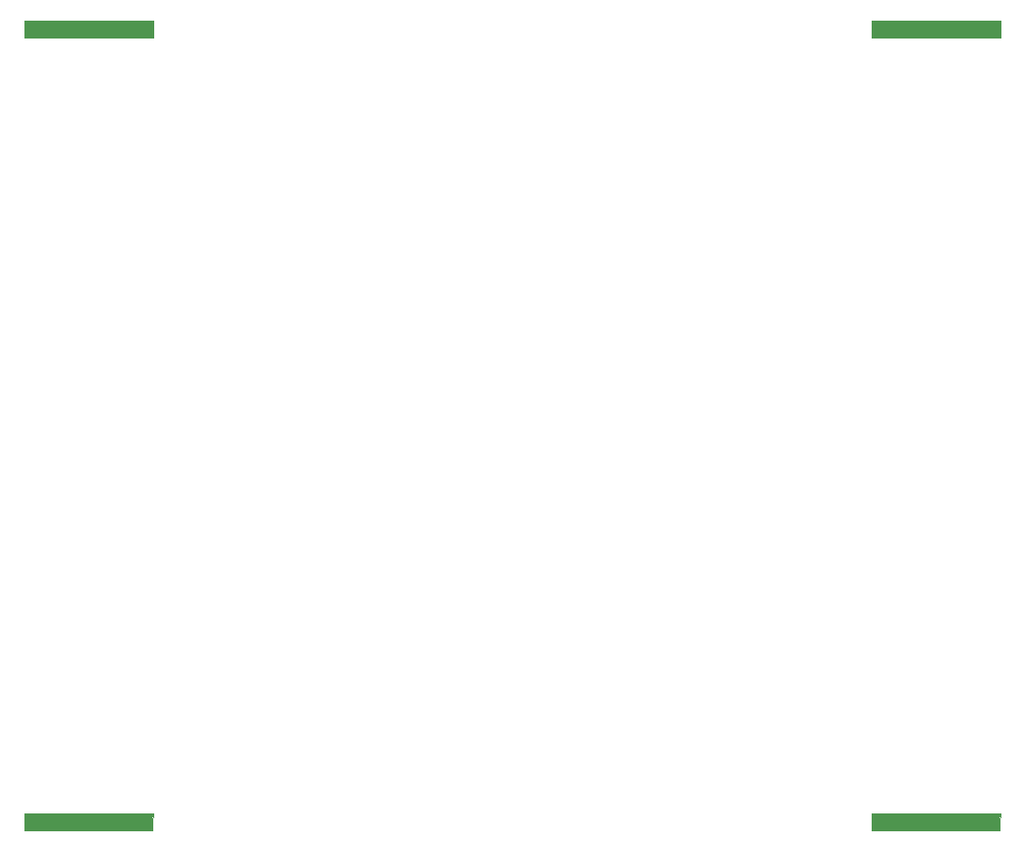
<source format=gbr>
G04 #@! TF.GenerationSoftware,KiCad,Pcbnew,5.1.2*
G04 #@! TF.CreationDate,2019-08-18T11:58:05-05:00*
G04 #@! TF.ProjectId,WordClockMiddle,576f7264-436c-46f6-936b-4d6964646c65,rev?*
G04 #@! TF.SameCoordinates,Original*
G04 #@! TF.FileFunction,Copper,L1,Top*
G04 #@! TF.FilePolarity,Positive*
%FSLAX46Y46*%
G04 Gerber Fmt 4.6, Leading zero omitted, Abs format (unit mm)*
G04 Created by KiCad (PCBNEW 5.1.2) date 2019-08-18 11:58:05*
%MOMM*%
%LPD*%
G04 APERTURE LIST*
%ADD10C,0.010000*%
%ADD11C,0.600000*%
G04 APERTURE END LIST*
D10*
G36*
X116412038Y-130509916D02*
G01*
X116400500Y-131282500D01*
X110632583Y-131293234D01*
X104864666Y-131303969D01*
X104864666Y-129737333D01*
X116423576Y-129737333D01*
X116412038Y-130509916D01*
X116412038Y-130509916D01*
G37*
X116412038Y-130509916D02*
X116400500Y-131282500D01*
X110632583Y-131293234D01*
X104864666Y-131303969D01*
X104864666Y-129737333D01*
X116423576Y-129737333D01*
X116412038Y-130509916D01*
G36*
X192696704Y-130509916D02*
G01*
X192685166Y-131282500D01*
X186917250Y-131293234D01*
X181149333Y-131303969D01*
X181149333Y-129737333D01*
X192708243Y-129737333D01*
X192696704Y-130509916D01*
X192696704Y-130509916D01*
G37*
X192696704Y-130509916D02*
X192685166Y-131282500D01*
X186917250Y-131293234D01*
X181149333Y-131303969D01*
X181149333Y-129737333D01*
X192708243Y-129737333D01*
X192696704Y-130509916D01*
G36*
X116421666Y-59802666D02*
G01*
X104864666Y-59802666D01*
X104864666Y-58278666D01*
X116421666Y-58278666D01*
X116421666Y-59802666D01*
X116421666Y-59802666D01*
G37*
X116421666Y-59802666D02*
X104864666Y-59802666D01*
X104864666Y-58278666D01*
X116421666Y-58278666D01*
X116421666Y-59802666D01*
G36*
X192706333Y-59802666D02*
G01*
X181149333Y-59802666D01*
X181149333Y-58278666D01*
X192706333Y-58278666D01*
X192706333Y-59802666D01*
X192706333Y-59802666D01*
G37*
X192706333Y-59802666D02*
X181149333Y-59802666D01*
X181149333Y-58278666D01*
X192706333Y-58278666D01*
X192706333Y-59802666D01*
D11*
X189860000Y-59060000D03*
X184070000Y-59060000D03*
X186000000Y-59060000D03*
X182140000Y-59060000D03*
X191790000Y-59060000D03*
X187930000Y-59060000D03*
X184010000Y-130520000D03*
X187870000Y-130520000D03*
X191730000Y-130520000D03*
X182080000Y-130520000D03*
X185940000Y-130520000D03*
X189800000Y-130520000D03*
X107840000Y-130510000D03*
X113630000Y-130510000D03*
X109770000Y-130510000D03*
X111700000Y-130510000D03*
X115560000Y-130510000D03*
X105910000Y-130510000D03*
X115460000Y-59010000D03*
X113530000Y-59010000D03*
X107740000Y-59010000D03*
X109670000Y-59010000D03*
X105810000Y-59010000D03*
X111600000Y-59010000D03*
M02*

</source>
